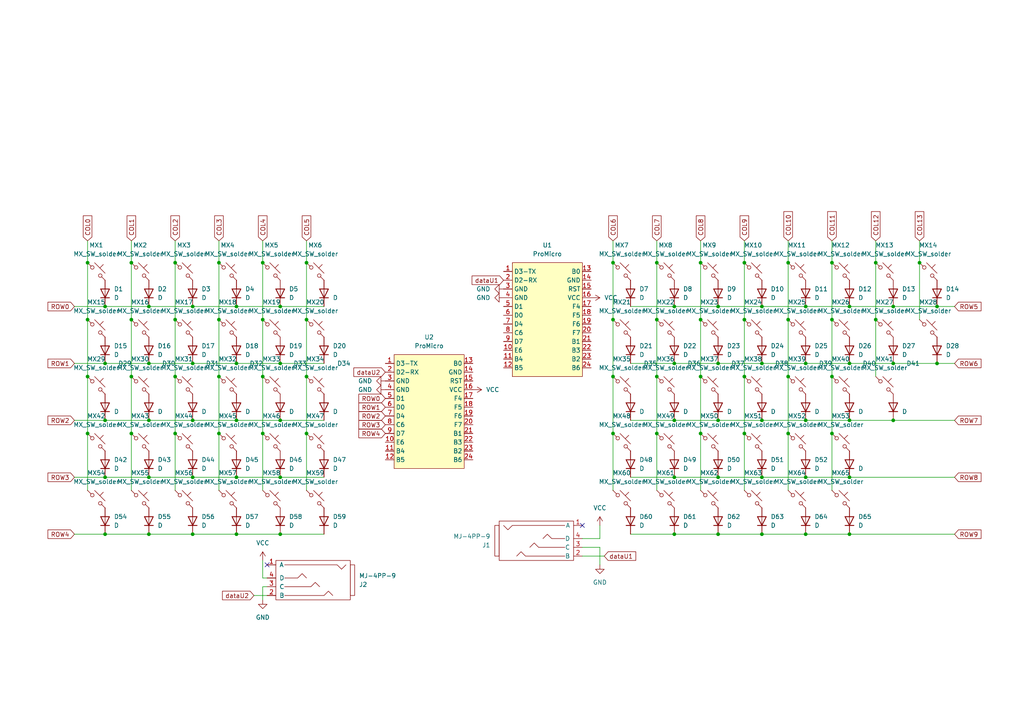
<source format=kicad_sch>
(kicad_sch (version 20231120) (generator "eeschema") (generator_version "8.0")
  (paper "A4")
  (junction (at 195.58 138.43))
  (junction (at 220.98 105.41))
  (junction (at 259.08 121.92))
  (junction (at 76.2 125.73))
  (junction (at 76.2 92.71))
  (junction (at 246.38 121.92))
  (junction (at 190.5 76.2))
  (junction (at 50.8 125.73))
  (junction (at 233.68 121.92))
  (junction (at 246.38 88.9))
  (junction (at 81.28 121.92))
  (junction (at 203.2 125.73))
  (junction (at 177.8 109.22))
  (junction (at 177.8 76.2))
  (junction (at 228.6 92.71))
  (junction (at 43.18 88.9))
  (junction (at 246.38 154.94))
  (junction (at 254 92.71))
  (junction (at 208.28 88.9))
  (junction (at 76.2 109.22))
  (junction (at 215.9 109.22))
  (junction (at 55.88 138.43))
  (junction (at 43.18 105.41))
  (junction (at 195.58 154.94))
  (junction (at 190.5 92.71))
  (junction (at 220.98 138.43))
  (junction (at 208.28 138.43))
  (junction (at 43.18 138.43))
  (junction (at 30.48 105.41))
  (junction (at 76.2 76.2))
  (junction (at 63.5 109.22))
  (junction (at 55.88 105.41))
  (junction (at 25.4 92.71))
  (junction (at 38.1 92.71))
  (junction (at 177.8 125.73))
  (junction (at 81.28 138.43))
  (junction (at 63.5 76.2))
  (junction (at 195.58 105.41))
  (junction (at 43.18 154.94))
  (junction (at 220.98 88.9))
  (junction (at 228.6 109.22))
  (junction (at 254 76.2))
  (junction (at 88.9 92.71))
  (junction (at 233.68 88.9))
  (junction (at 246.38 105.41))
  (junction (at 55.88 121.92))
  (junction (at 195.58 88.9))
  (junction (at 220.98 154.94))
  (junction (at 68.58 88.9))
  (junction (at 30.48 121.92))
  (junction (at 25.4 125.73))
  (junction (at 38.1 109.22))
  (junction (at 271.78 105.41))
  (junction (at 233.68 154.94))
  (junction (at 88.9 76.2))
  (junction (at 68.58 121.92))
  (junction (at 55.88 154.94))
  (junction (at 63.5 125.73))
  (junction (at 241.3 109.22))
  (junction (at 63.5 92.71))
  (junction (at 220.98 121.92))
  (junction (at 233.68 138.43))
  (junction (at 81.28 105.41))
  (junction (at 81.28 154.94))
  (junction (at 30.48 154.94))
  (junction (at 25.4 76.2))
  (junction (at 203.2 109.22))
  (junction (at 38.1 125.73))
  (junction (at 195.58 121.92))
  (junction (at 241.3 92.71))
  (junction (at 246.38 138.43))
  (junction (at 259.08 105.41))
  (junction (at 25.4 109.22))
  (junction (at 208.28 154.94))
  (junction (at 203.2 76.2))
  (junction (at 81.28 88.9))
  (junction (at 228.6 125.73))
  (junction (at 241.3 125.73))
  (junction (at 68.58 154.94))
  (junction (at 259.08 88.9))
  (junction (at 228.6 76.2))
  (junction (at 55.88 88.9))
  (junction (at 50.8 109.22))
  (junction (at 68.58 138.43))
  (junction (at 177.8 92.71))
  (junction (at 208.28 105.41))
  (junction (at 190.5 109.22))
  (junction (at 38.1 76.2))
  (junction (at 208.28 121.92))
  (junction (at 190.5 125.73))
  (junction (at 50.8 76.2))
  (junction (at 215.9 76.2))
  (junction (at 88.9 125.73))
  (junction (at 50.8 92.71))
  (junction (at 30.48 88.9))
  (junction (at 266.7 76.2))
  (junction (at 215.9 125.73))
  (junction (at 88.9 109.22))
  (junction (at 30.48 138.43))
  (junction (at 68.58 105.41))
  (junction (at 271.78 88.9))
  (junction (at 241.3 76.2))
  (junction (at 43.18 121.92))
  (junction (at 233.68 105.41))
  (junction (at 215.9 92.71))
  (junction (at 203.2 92.71))
  (no_connect (at 77.47 163.83))
  (no_connect (at 168.91 152.4))
  (wire (pts (xy 50.8 109.22) (xy 50.8 125.73)))
  (wire (pts (xy 215.9 92.71) (xy 215.9 109.22)))
  (wire (pts (xy 76.2 125.73) (xy 76.2 142.24)))
  (wire (pts (xy 177.8 125.73) (xy 177.8 142.24)))
  (wire (pts (xy 203.2 69.85) (xy 203.2 76.2)))
  (wire (pts (xy 254 76.2) (xy 254 92.71)))
  (wire (pts (xy 21.59 154.94) (xy 30.48 154.94)))
  (wire (pts (xy 81.28 154.94) (xy 93.98 154.94)))
  (wire (pts (xy 215.9 69.85) (xy 215.9 76.2)))
  (wire (pts (xy 38.1 92.71) (xy 38.1 109.22)))
  (wire (pts (xy 177.8 76.2) (xy 177.8 92.71)))
  (wire (pts (xy 246.38 121.92) (xy 259.08 121.92)))
  (wire (pts (xy 63.5 109.22) (xy 63.5 125.73)))
  (wire (pts (xy 177.8 109.22) (xy 177.8 125.73)))
  (wire (pts (xy 228.6 92.71) (xy 228.6 109.22)))
  (wire (pts (xy 77.47 167.64) (xy 76.2 167.64)))
  (wire (pts (xy 220.98 88.9) (xy 233.68 88.9)))
  (wire (pts (xy 266.7 76.2) (xy 266.7 92.71)))
  (wire (pts (xy 50.8 69.85) (xy 50.8 76.2)))
  (wire (pts (xy 259.08 105.41) (xy 271.78 105.41)))
  (wire (pts (xy 208.28 121.92) (xy 220.98 121.92)))
  (wire (pts (xy 21.59 105.41) (xy 30.48 105.41)))
  (wire (pts (xy 266.7 69.85) (xy 266.7 76.2)))
  (wire (pts (xy 25.4 125.73) (xy 25.4 142.24)))
  (wire (pts (xy 228.6 76.2) (xy 228.6 92.71)))
  (wire (pts (xy 233.68 154.94) (xy 246.38 154.94)))
  (wire (pts (xy 63.5 92.71) (xy 63.5 109.22)))
  (wire (pts (xy 168.91 158.75) (xy 173.99 158.75)))
  (wire (pts (xy 88.9 92.71) (xy 88.9 109.22)))
  (wire (pts (xy 81.28 88.9) (xy 93.98 88.9)))
  (wire (pts (xy 220.98 105.41) (xy 233.68 105.41)))
  (wire (pts (xy 25.4 92.71) (xy 25.4 109.22)))
  (wire (pts (xy 195.58 88.9) (xy 208.28 88.9)))
  (wire (pts (xy 190.5 76.2) (xy 190.5 92.71)))
  (wire (pts (xy 38.1 125.73) (xy 38.1 142.24)))
  (wire (pts (xy 30.48 121.92) (xy 43.18 121.92)))
  (wire (pts (xy 276.86 154.94) (xy 246.38 154.94)))
  (wire (pts (xy 38.1 69.85) (xy 38.1 76.2)))
  (wire (pts (xy 246.38 105.41) (xy 259.08 105.41)))
  (wire (pts (xy 76.2 92.71) (xy 76.2 109.22)))
  (wire (pts (xy 254 69.85) (xy 254 76.2)))
  (wire (pts (xy 38.1 76.2) (xy 38.1 92.71)))
  (wire (pts (xy 177.8 69.85) (xy 177.8 76.2)))
  (wire (pts (xy 271.78 88.9) (xy 276.86 88.9)))
  (wire (pts (xy 190.5 109.22) (xy 190.5 125.73)))
  (wire (pts (xy 21.59 138.43) (xy 30.48 138.43)))
  (wire (pts (xy 50.8 125.73) (xy 50.8 142.24)))
  (wire (pts (xy 55.88 138.43) (xy 68.58 138.43)))
  (wire (pts (xy 182.88 154.94) (xy 195.58 154.94)))
  (wire (pts (xy 241.3 69.85) (xy 241.3 76.2)))
  (wire (pts (xy 30.48 138.43) (xy 43.18 138.43)))
  (wire (pts (xy 173.99 158.75) (xy 173.99 163.83)))
  (wire (pts (xy 233.68 88.9) (xy 246.38 88.9)))
  (wire (pts (xy 228.6 69.85) (xy 228.6 76.2)))
  (wire (pts (xy 76.2 162.56) (xy 76.2 167.64)))
  (wire (pts (xy 254 92.71) (xy 254 109.22)))
  (wire (pts (xy 220.98 121.92) (xy 233.68 121.92)))
  (wire (pts (xy 203.2 125.73) (xy 203.2 142.24)))
  (wire (pts (xy 271.78 105.41) (xy 276.86 105.41)))
  (wire (pts (xy 77.47 170.18) (xy 76.2 170.18)))
  (wire (pts (xy 182.88 138.43) (xy 195.58 138.43)))
  (wire (pts (xy 21.59 88.9) (xy 30.48 88.9)))
  (wire (pts (xy 50.8 76.2) (xy 50.8 92.71)))
  (wire (pts (xy 38.1 109.22) (xy 38.1 125.73)))
  (wire (pts (xy 246.38 88.9) (xy 259.08 88.9)))
  (wire (pts (xy 241.3 92.71) (xy 241.3 109.22)))
  (wire (pts (xy 68.58 121.92) (xy 81.28 121.92)))
  (wire (pts (xy 220.98 154.94) (xy 233.68 154.94)))
  (wire (pts (xy 55.88 88.9) (xy 68.58 88.9)))
  (wire (pts (xy 88.9 76.2) (xy 88.9 92.71)))
  (wire (pts (xy 228.6 109.22) (xy 228.6 125.73)))
  (wire (pts (xy 215.9 76.2) (xy 215.9 92.71)))
  (wire (pts (xy 203.2 92.71) (xy 203.2 109.22)))
  (wire (pts (xy 88.9 69.85) (xy 88.9 76.2)))
  (wire (pts (xy 259.08 88.9) (xy 271.78 88.9)))
  (wire (pts (xy 215.9 125.73) (xy 215.9 142.24)))
  (wire (pts (xy 190.5 69.85) (xy 190.5 76.2)))
  (wire (pts (xy 233.68 105.41) (xy 246.38 105.41)))
  (wire (pts (xy 203.2 76.2) (xy 203.2 92.71)))
  (wire (pts (xy 68.58 105.41) (xy 81.28 105.41)))
  (wire (pts (xy 81.28 121.92) (xy 93.98 121.92)))
  (wire (pts (xy 63.5 125.73) (xy 63.5 142.24)))
  (wire (pts (xy 241.3 76.2) (xy 241.3 92.71)))
  (wire (pts (xy 208.28 138.43) (xy 220.98 138.43)))
  (wire (pts (xy 68.58 138.43) (xy 81.28 138.43)))
  (wire (pts (xy 195.58 121.92) (xy 208.28 121.92)))
  (wire (pts (xy 25.4 69.85) (xy 25.4 76.2)))
  (wire (pts (xy 43.18 105.41) (xy 55.88 105.41)))
  (wire (pts (xy 81.28 138.43) (xy 93.98 138.43)))
  (wire (pts (xy 30.48 105.41) (xy 43.18 105.41)))
  (wire (pts (xy 68.58 88.9) (xy 81.28 88.9)))
  (wire (pts (xy 241.3 125.73) (xy 241.3 142.24)))
  (wire (pts (xy 182.88 105.41) (xy 195.58 105.41)))
  (wire (pts (xy 203.2 109.22) (xy 203.2 125.73)))
  (wire (pts (xy 21.59 121.92) (xy 30.48 121.92)))
  (wire (pts (xy 68.58 154.94) (xy 81.28 154.94)))
  (wire (pts (xy 30.48 88.9) (xy 43.18 88.9)))
  (wire (pts (xy 63.5 69.85) (xy 63.5 76.2)))
  (wire (pts (xy 228.6 125.73) (xy 228.6 142.24)))
  (wire (pts (xy 195.58 138.43) (xy 208.28 138.43)))
  (wire (pts (xy 50.8 92.71) (xy 50.8 109.22)))
  (wire (pts (xy 76.2 76.2) (xy 76.2 92.71)))
  (wire (pts (xy 81.28 105.41) (xy 93.98 105.41)))
  (wire (pts (xy 43.18 88.9) (xy 55.88 88.9)))
  (wire (pts (xy 77.47 172.72) (xy 73.66 172.72)))
  (wire (pts (xy 25.4 76.2) (xy 25.4 92.71)))
  (wire (pts (xy 55.88 154.94) (xy 68.58 154.94)))
  (wire (pts (xy 233.68 138.43) (xy 246.38 138.43)))
  (wire (pts (xy 190.5 125.73) (xy 190.5 142.24)))
  (wire (pts (xy 208.28 88.9) (xy 220.98 88.9)))
  (wire (pts (xy 220.98 138.43) (xy 233.68 138.43)))
  (wire (pts (xy 168.91 161.29) (xy 175.26 161.29)))
  (wire (pts (xy 173.99 152.4) (xy 173.99 156.21)))
  (wire (pts (xy 215.9 109.22) (xy 215.9 125.73)))
  (wire (pts (xy 43.18 121.92) (xy 55.88 121.92)))
  (wire (pts (xy 55.88 121.92) (xy 68.58 121.92)))
  (wire (pts (xy 76.2 109.22) (xy 76.2 125.73)))
  (wire (pts (xy 63.5 76.2) (xy 63.5 92.71)))
  (wire (pts (xy 88.9 109.22) (xy 88.9 125.73)))
  (wire (pts (xy 43.18 138.43) (xy 55.88 138.43)))
  (wire (pts (xy 76.2 69.85) (xy 76.2 76.2)))
  (wire (pts (xy 55.88 105.41) (xy 68.58 105.41)))
  (wire (pts (xy 246.38 138.43) (xy 276.86 138.43)))
  (wire (pts (xy 208.28 154.94) (xy 220.98 154.94)))
  (wire (pts (xy 25.4 109.22) (xy 25.4 125.73)))
  (wire (pts (xy 43.18 154.94) (xy 55.88 154.94)))
  (wire (pts (xy 182.88 88.9) (xy 195.58 88.9)))
  (wire (pts (xy 190.5 92.71) (xy 190.5 109.22)))
  (wire (pts (xy 30.48 154.94) (xy 43.18 154.94)))
  (wire (pts (xy 182.88 121.92) (xy 195.58 121.92)))
  (wire (pts (xy 241.3 109.22) (xy 241.3 125.73)))
  (wire (pts (xy 208.28 105.41) (xy 220.98 105.41)))
  (wire (pts (xy 76.2 170.18) (xy 76.2 173.99)))
  (wire (pts (xy 168.91 156.21) (xy 173.99 156.21)))
  (wire (pts (xy 233.68 121.92) (xy 246.38 121.92)))
  (wire (pts (xy 195.58 105.41) (xy 208.28 105.41)))
  (wire (pts (xy 259.08 121.92) (xy 276.86 121.92)))
  (wire (pts (xy 195.58 154.94) (xy 208.28 154.94)))
  (wire (pts (xy 88.9 125.73) (xy 88.9 142.24)))
  (wire (pts (xy 177.8 92.71) (xy 177.8 109.22)))
  (global_label "ROW8" (shape input) (at 276.86 138.43 0) (property "Intersheetrefs" "${INTERSHEET_REFS}" (effects (hide yes))))
  (global_label "ROW2" (shape input) (at 21.59 121.92 180) (property "Intersheetrefs" "${INTERSHEET_REFS}" (effects (hide yes))))
  (global_label "ROW9" (shape input) (at 276.86 154.94 0) (property "Intersheetrefs" "${INTERSHEET_REFS}" (effects (hide yes))))
  (global_label "COL0" (shape input) (at 25.4 69.85 90) (property "Intersheetrefs" "${INTERSHEET_REFS}" (effects (hide yes))))
  (global_label "ROW3" (shape input) (at 21.59 138.43 180) (property "Intersheetrefs" "${INTERSHEET_REFS}" (effects (hide yes))))
  (global_label "ROW6" (shape input) (at 276.86 105.41 0) (property "Intersheetrefs" "${INTERSHEET_REFS}" (effects (hide yes))))
  (global_label "dataU1" (shape input) (at 146.05 81.28 180) (property "Intersheetrefs" "${INTERSHEET_REFS}" (effects (hide yes))))
  (global_label "ROW1" (shape input) (at 21.59 105.41 180) (property "Intersheetrefs" "${INTERSHEET_REFS}" (effects (hide yes))))
  (global_label "COL13" (shape input) (at 266.7 69.85 90) (property "Intersheetrefs" "${INTERSHEET_REFS}" (effects (hide yes))))
  (global_label "ROW5" (shape input) (at 276.86 88.9 0) (property "Intersheetrefs" "${INTERSHEET_REFS}" (effects (hide yes))))
  (global_label "COL12" (shape input) (at 254 69.85 90) (property "Intersheetrefs" "${INTERSHEET_REFS}" (effects (hide yes))))
  (global_label "COL10" (shape input) (at 228.6 69.85 90) (property "Intersheetrefs" "${INTERSHEET_REFS}" (effects (hide yes))))
  (global_label "COL9" (shape input) (at 215.9 69.85 90) (property "Intersheetrefs" "${INTERSHEET_REFS}" (effects (hide yes))))
  (global_label "ROW4" (shape input) (at 21.59 154.94 180) (property "Intersheetrefs" "${INTERSHEET_REFS}" (effects (hide yes))))
  (global_label "ROW3" (shape input) (at 111.76 123.19 180) (property "Intersheetrefs" "${INTERSHEET_REFS}" (effects (hide yes))))
  (global_label "dataU2" (shape input) (at 73.66 172.72 180) (property "Intersheetrefs" "${INTERSHEET_REFS}" (effects (hide yes))))
  (global_label "COL11" (shape input) (at 241.3 69.85 90) (property "Intersheetrefs" "${INTERSHEET_REFS}" (effects (hide yes))))
  (global_label "ROW1" (shape input) (at 111.76 118.11 180) (property "Intersheetrefs" "${INTERSHEET_REFS}" (effects (hide yes))))
  (global_label "COL5" (shape input) (at 88.9 69.85 90) (property "Intersheetrefs" "${INTERSHEET_REFS}" (effects (hide yes))))
  (global_label "COL3" (shape input) (at 63.5 69.85 90) (property "Intersheetrefs" "${INTERSHEET_REFS}" (effects (hide yes))))
  (global_label "ROW2" (shape input) (at 111.76 120.65 180) (property "Intersheetrefs" "${INTERSHEET_REFS}" (effects (hide yes))))
  (global_label "ROW4" (shape input) (at 111.76 125.73 180) (property "Intersheetrefs" "${INTERSHEET_REFS}" (effects (hide yes))))
  (global_label "ROW0" (shape input) (at 111.76 115.57 180) (property "Intersheetrefs" "${INTERSHEET_REFS}" (effects (hide yes))))
  (global_label "COL7" (shape input) (at 190.5 69.85 90) (property "Intersheetrefs" "${INTERSHEET_REFS}" (effects (hide yes))))
  (global_label "ROW7" (shape input) (at 276.86 121.92 0) (property "Intersheetrefs" "${INTERSHEET_REFS}" (effects (hide yes))))
  (global_label "dataU2" (shape input) (at 111.76 107.95 180) (property "Intersheetrefs" "${INTERSHEET_REFS}" (effects (hide yes))))
  (global_label "dataU1" (shape input) (at 175.26 161.29 0) (property "Intersheetrefs" "${INTERSHEET_REFS}" (effects (hide yes))))
  (global_label "COL8" (shape input) (at 203.2 69.85 90) (property "Intersheetrefs" "${INTERSHEET_REFS}" (effects (hide yes))))
  (global_label "COL2" (shape input) (at 50.8 69.85 90) (property "Intersheetrefs" "${INTERSHEET_REFS}" (effects (hide yes))))
  (global_label "ROW0" (shape input) (at 21.59 88.9 180) (property "Intersheetrefs" "${INTERSHEET_REFS}" (effects (hide yes))))
  (global_label "COL1" (shape input) (at 38.1 69.85 90) (property "Intersheetrefs" "${INTERSHEET_REFS}" (effects (hide yes))))
  (global_label "COL4" (shape input) (at 76.2 69.85 90) (property "Intersheetrefs" "${INTERSHEET_REFS}" (effects (hide yes))))
  (global_label "COL6" (shape input) (at 177.8 69.85 90) (property "Intersheetrefs" "${INTERSHEET_REFS}" (effects (hide yes))))
  (symbol (lib_id "Device:D") (at 43.18 151.13 90) (unit 1)
    (property "Reference" "D55" (at 45.72 149.8599 90) (effects (justify right)))
    (property "Value" "D" (at 45.72 152.3999 90) (effects (justify right)))
    (property "Footprint" "PCM_Diode_SMD_Handsoldering_AKL:D_SOD-123" (effects (hide yes)))
    (property "Description" "Diode" (effects (hide yes)))
    (property "Sim.Device" "D" (effects (hide yes)))
    (property "Sim.Pins" "1=K 2=A" (effects (hide yes)))
  )
  (symbol (lib_id "PCM_marbastlib-mx:MX_SW_solder") (at 205.74 78.74 0) (unit 1)
    (property "Reference" "MX9" (at 205.74 71.12 0))
    (property "Value" "MX_SW_solder" (at 205.74 73.66 0))
    (property "Footprint" "PCM_marbastlib-mx:SW_MX_1u" (effects (hide yes)))
    (property "Description" "Push button switch, normally open, two pins, 45° tilted" (effects (hide yes)))
  )
  (symbol (lib_id "Device:D") (at 93.98 151.13 90) (unit 1)
    (property "Reference" "D59" (at 96.52 149.8599 90) (effects (justify right)))
    (property "Value" "D" (at 96.52 152.3999 90) (effects (justify right)))
    (property "Footprint" "PCM_Diode_SMD_Handsoldering_AKL:D_SOD-123" (effects (hide yes)))
    (property "Description" "Diode" (effects (hide yes)))
    (property "Sim.Device" "D" (effects (hide yes)))
    (property "Sim.Pins" "1=K 2=A" (effects (hide yes)))
  )
  (symbol (lib_id "Device:D") (at 182.88 134.62 90) (unit 1)
    (property "Reference" "D48" (at 185.42 133.3499 90) (effects (justify right)))
    (property "Value" "D" (at 185.42 135.8899 90) (effects (justify right)))
    (property "Footprint" "PCM_Diode_SMD_Handsoldering_AKL:D_SOD-123" (effects (hide yes)))
    (property "Description" "Diode" (effects (hide yes)))
    (property "Sim.Device" "D" (effects (hide yes)))
    (property "Sim.Pins" "1=K 2=A" (effects (hide yes)))
  )
  (symbol (lib_id "Device:D") (at 220.98 101.6 90) (unit 1)
    (property "Reference" "D24" (at 223.52 100.3299 90) (effects (justify right)))
    (property "Value" "D" (at 223.52 102.8699 90) (effects (justify right)))
    (property "Footprint" "PCM_Diode_SMD_Handsoldering_AKL:D_SOD-123" (effects (hide yes)))
    (property "Description" "Diode" (effects (hide yes)))
    (property "Sim.Device" "D" (effects (hide yes)))
    (property "Sim.Pins" "1=K 2=A" (effects (hide yes)))
  )
  (symbol (lib_id "PCM_marbastlib-mx:MX_SW_solder") (at 243.84 128.27 0) (unit 1)
    (property "Reference" "MX53" (at 243.84 120.65 0))
    (property "Value" "MX_SW_solder" (at 243.84 123.19 0))
    (property "Footprint" "PCM_marbastlib-mx:SW_MX_1.5u" (effects (hide yes)))
    (property "Description" "Push button switch, normally open, two pins, 45° tilted" (effects (hide yes)))
  )
  (symbol (lib_id "power:GND") (at 111.76 110.49 270) (unit 1)
    (property "Reference" "#PWR07" (effects (hide yes)))
    (property "Value" "GND" (at 107.95 110.4899 90) (effects (justify right)))
    (property "Description" "Power symbol creates a global label with name \"GND\" , ground" (effects (hide yes)))
  )
  (symbol (lib_id "Device:D") (at 81.28 85.09 90) (unit 1)
    (property "Reference" "D5" (at 83.82 83.8199 90) (effects (justify right)))
    (property "Value" "D" (at 83.82 86.3599 90) (effects (justify right)))
    (property "Footprint" "PCM_Diode_SMD_Handsoldering_AKL:D_SOD-123" (effects (hide yes)))
    (property "Description" "Diode" (effects (hide yes)))
    (property "Sim.Device" "D" (effects (hide yes)))
    (property "Sim.Pins" "1=K 2=A" (effects (hide yes)))
  )
  (symbol (lib_id "Device:D") (at 55.88 85.09 90) (unit 1)
    (property "Reference" "D3" (at 58.42 83.8199 90) (effects (justify right)))
    (property "Value" "D" (at 58.42 86.3599 90) (effects (justify right)))
    (property "Footprint" "PCM_Diode_SMD_Handsoldering_AKL:D_SOD-123" (effects (hide yes)))
    (property "Description" "Diode" (effects (hide yes)))
    (property "Sim.Device" "D" (effects (hide yes)))
    (property "Sim.Pins" "1=K 2=A" (effects (hide yes)))
  )
  (symbol (lib_id "PCM_marbastlib-mx:MX_SW_solder") (at 243.84 78.74 0) (unit 1)
    (property "Reference" "MX12" (at 243.84 71.12 0))
    (property "Value" "MX_SW_solder" (at 243.84 73.66 0))
    (property "Footprint" "PCM_marbastlib-mx:SW_MX_1u" (effects (hide yes)))
    (property "Description" "Push button switch, normally open, two pins, 45° tilted" (effects (hide yes)))
  )
  (symbol (lib_id "power:GND") (at 173.99 163.83 0) (unit 1)
    (property "Reference" "#PWR04" (effects (hide yes)))
    (property "Value" "GND" (at 173.99 168.91 0))
    (property "Description" "Power symbol creates a global label with name \"GND\" , ground" (effects (hide yes)))
  )
  (symbol (lib_id "Device:D") (at 68.58 134.62 90) (unit 1)
    (property "Reference" "D45" (at 71.12 133.3499 90) (effects (justify right)))
    (property "Value" "D" (at 71.12 135.8899 90) (effects (justify right)))
    (property "Footprint" "PCM_Diode_SMD_Handsoldering_AKL:D_SOD-123" (effects (hide yes)))
    (property "Description" "Diode" (effects (hide yes)))
    (property "Sim.Device" "D" (effects (hide yes)))
    (property "Sim.Pins" "1=K 2=A" (effects (hide yes)))
  )
  (symbol (lib_id "Device:D") (at 81.28 101.6 90) (unit 1)
    (property "Reference" "D19" (at 83.82 100.3299 90) (effects (justify right)))
    (property "Value" "D" (at 83.82 102.8699 90) (effects (justify right)))
    (property "Footprint" "PCM_Diode_SMD_Handsoldering_AKL:D_SOD-123" (effects (hide yes)))
    (property "Description" "Diode" (effects (hide yes)))
    (property "Sim.Device" "D" (effects (hide yes)))
    (property "Sim.Pins" "1=K 2=A" (effects (hide yes)))
  )
  (symbol (lib_id "PCM_marbastlib-mx:MX_SW_solder") (at 180.34 128.27 0) (unit 1)
    (property "Reference" "MX48" (at 180.34 120.65 0))
    (property "Value" "MX_SW_solder" (at 180.34 123.19 0))
    (property "Footprint" "PCM_marbastlib-mx:SW_MX_1u" (effects (hide yes)))
    (property "Description" "Push button switch, normally open, two pins, 45° tilted" (effects (hide yes)))
  )
  (symbol (lib_id "Device:D") (at 220.98 118.11 90) (unit 1)
    (property "Reference" "D38" (at 224.79 105.4099 90) (effects (justify right)))
    (property "Value" "D" (at 223.52 119.3799 90) (effects (justify right)))
    (property "Footprint" "PCM_Diode_SMD_Handsoldering_AKL:D_SOD-123" (effects (hide yes)))
    (property "Description" "Diode" (effects (hide yes)))
    (property "Sim.Device" "D" (effects (hide yes)))
    (property "Sim.Pins" "1=K 2=A" (effects (hide yes)))
  )
  (symbol (lib_id "PCM_marbastlib-mx:MX_SW_solder") (at 40.64 144.78 0) (unit 1)
    (property "Reference" "MX55" (at 40.64 137.16 0))
    (property "Value" "MX_SW_solder" (at 40.64 139.7 0))
    (property "Footprint" "PCM_marbastlib-mx:SW_MX_1u" (effects (hide yes)))
    (property "Description" "Push button switch, normally open, two pins, 45° tilted" (effects (hide yes)))
  )
  (symbol (lib_id "Device:D") (at 30.48 118.11 90) (unit 1)
    (property "Reference" "D29" (at 34.29 105.4099 90) (effects (justify right)))
    (property "Value" "D" (at 33.02 119.3799 90) (effects (justify right)))
    (property "Footprint" "PCM_Diode_SMD_Handsoldering_AKL:D_SOD-123" (effects (hide yes)))
    (property "Description" "Diode" (effects (hide yes)))
    (property "Sim.Device" "D" (effects (hide yes)))
    (property "Sim.Pins" "1=K 2=A" (effects (hide yes)))
  )
  (symbol (lib_id "Device:D") (at 233.68 151.13 90) (unit 1)
    (property "Reference" "D64" (at 236.22 149.8599 90) (effects (justify right)))
    (property "Value" "D" (at 236.22 152.3999 90) (effects (justify right)))
    (property "Footprint" "PCM_Diode_SMD_Handsoldering_AKL:D_SOD-123" (effects (hide yes)))
    (property "Description" "Diode" (effects (hide yes)))
    (property "Sim.Device" "D" (effects (hide yes)))
    (property "Sim.Pins" "1=K 2=A" (effects (hide yes)))
  )
  (symbol (lib_id "Device:D") (at 30.48 85.09 90) (unit 1)
    (property "Reference" "D1" (at 33.02 83.8199 90) (effects (justify right)))
    (property "Value" "D" (at 33.02 86.3599 90) (effects (justify right)))
    (property "Footprint" "PCM_Diode_SMD_Handsoldering_AKL:D_SOD-123" (effects (hide yes)))
    (property "Description" "Diode" (effects (hide yes)))
    (property "Sim.Device" "D" (effects (hide yes)))
    (property "Sim.Pins" "1=K 2=A" (effects (hide yes)))
  )
  (symbol (lib_id "PCM_marbastlib-mx:MX_SW_solder") (at 66.04 78.74 0) (unit 1)
    (property "Reference" "MX4" (at 66.04 71.12 0))
    (property "Value" "MX_SW_solder" (at 66.04 73.66 0))
    (property "Footprint" "PCM_marbastlib-mx:SW_MX_1u" (effects (hide yes)))
    (property "Description" "Push button switch, normally open, two pins, 45° tilted" (effects (hide yes)))
  )
  (symbol (lib_id "Device:D") (at 68.58 151.13 90) (unit 1)
    (property "Reference" "D57" (at 71.12 149.8599 90) (effects (justify right)))
    (property "Value" "D" (at 71.12 152.3999 90) (effects (justify right)))
    (property "Footprint" "PCM_Diode_SMD_Handsoldering_AKL:D_SOD-123" (effects (hide yes)))
    (property "Description" "Diode" (effects (hide yes)))
    (property "Sim.Device" "D" (effects (hide yes)))
    (property "Sim.Pins" "1=K 2=A" (effects (hide yes)))
  )
  (symbol (lib_id "PCM_marbastlib-mx:MX_SW_solder") (at 256.54 95.25 0) (unit 1)
    (property "Reference" "MX27" (at 256.54 87.63 0))
    (property "Value" "MX_SW_solder" (at 256.54 90.17 0))
    (property "Footprint" "PCM_marbastlib-mx:SW_MX_1u" (effects (hide yes)))
    (property "Description" "Push button switch, normally open, two pins, 45° tilted" (effects (hide yes)))
  )
  (symbol (lib_id "Device:D") (at 208.28 101.6 90) (unit 1)
    (property "Reference" "D23" (at 210.82 100.3299 90) (effects (justify right)))
    (property "Value" "D" (at 210.82 102.8699 90) (effects (justify right)))
    (property "Footprint" "PCM_Diode_SMD_Handsoldering_AKL:D_SOD-123" (effects (hide yes)))
    (property "Description" "Diode" (effects (hide yes)))
    (property "Sim.Device" "D" (effects (hide yes)))
    (property "Sim.Pins" "1=K 2=A" (effects (hide yes)))
  )
  (symbol (lib_id "Device:D") (at 259.08 118.11 90) (unit 1)
    (property "Reference" "D41" (at 262.89 105.4099 90) (effects (justify right)))
    (property "Value" "D" (at 261.62 119.3799 90) (effects (justify right)))
    (property "Footprint" "PCM_Diode_SMD_Handsoldering_AKL:D_SOD-123" (effects (hide yes)))
    (property "Description" "Diode" (effects (hide yes)))
    (property "Sim.Device" "D" (effects (hide yes)))
    (property "Sim.Pins" "1=K 2=A" (effects (hide yes)))
  )
  (symbol (lib_id "Device:D") (at 233.68 118.11 90) (unit 1)
    (property "Reference" "D39" (at 237.49 105.4099 90) (effects (justify right)))
    (property "Value" "D" (at 236.22 119.3799 90) (effects (justify right)))
    (property "Footprint" "PCM_Diode_SMD_Handsoldering_AKL:D_SOD-123" (effects (hide yes)))
    (property "Description" "Diode" (effects (hide yes)))
    (property "Sim.Device" "D" (effects (hide yes)))
    (property "Sim.Pins" "1=K 2=A" (effects (hide yes)))
  )
  (symbol (lib_id "Device:D") (at 246.38 118.11 90) (unit 1)
    (property "Reference" "D40" (at 250.19 105.4099 90) (effects (justify right)))
    (property "Value" "D" (at 248.92 119.3799 90) (effects (justify right)))
    (property "Footprint" "PCM_Diode_SMD_Handsoldering_AKL:D_SOD-123" (effects (hide yes)))
    (property "Description" "Diode" (effects (hide yes)))
    (property "Sim.Device" "D" (effects (hide yes)))
    (property "Sim.Pins" "1=K 2=A" (effects (hide yes)))
  )
  (symbol (lib_id "power:GND") (at 146.05 83.82 270) (unit 1)
    (property "Reference" "#PWR09" (effects (hide yes)))
    (property "Value" "GND" (at 142.24 83.8199 90) (effects (justify right)))
    (property "Description" "Power symbol creates a global label with name \"GND\" , ground" (effects (hide yes)))
  )
  (symbol (lib_id "Device:D") (at 68.58 101.6 90) (unit 1)
    (property "Reference" "D18" (at 71.12 100.3299 90) (effects (justify right)))
    (property "Value" "D" (at 71.12 102.8699 90) (effects (justify right)))
    (property "Footprint" "PCM_Diode_SMD_Handsoldering_AKL:D_SOD-123" (effects (hide yes)))
    (property "Description" "Diode" (effects (hide yes)))
    (property "Sim.Device" "D" (effects (hide yes)))
    (property "Sim.Pins" "1=K 2=A" (effects (hide yes)))
  )
  (symbol (lib_id "PCM_marbastlib-mx:MX_SW_solder") (at 218.44 78.74 0) (unit 1)
    (property "Reference" "MX10" (at 218.44 71.12 0))
    (property "Value" "MX_SW_solder" (at 218.44 73.66 0))
    (property "Footprint" "PCM_marbastlib-mx:SW_MX_1u" (effects (hide yes)))
    (property "Description" "Push button switch, normally open, two pins, 45° tilted" (effects (hide yes)))
  )
  (symbol (lib_id "PCM_marbastlib-mx:MX_SW_solder") (at 256.54 111.76 0) (unit 1)
    (property "Reference" "MX41" (at 256.54 104.14 0))
    (property "Value" "MX_SW_solder" (at 256.54 106.68 0))
    (property "Footprint" "PCM_marbastlib-mx:SW_MX_1.5u" (effects (hide yes)))
    (property "Description" "Push button switch, normally open, two pins, 45° tilted" (effects (hide yes)))
  )
  (symbol (lib_id "PCM_marbastlib-mx:MX_SW_solder") (at 243.84 111.76 0) (unit 1)
    (property "Reference" "MX40" (at 243.84 104.14 0))
    (property "Value" "MX_SW_solder" (at 243.84 106.68 0))
    (property "Footprint" "PCM_marbastlib-mx:SW_MX_1u" (effects (hide yes)))
    (property "Description" "Push button switch, normally open, two pins, 45° tilted" (effects (hide yes)))
  )
  (symbol (lib_id "PCM_marbastlib-mx:MX_SW_solder") (at 27.94 128.27 0) (unit 1)
    (property "Reference" "MX42" (at 27.94 120.65 0))
    (property "Value" "MX_SW_solder" (at 27.94 123.19 0))
    (property "Footprint" "PCM_marbastlib-mx:SW_MX_1.5u" (effects (hide yes)))
    (property "Description" "Push button switch, normally open, two pins, 45° tilted" (effects (hide yes)))
  )
  (symbol (lib_id "Device:D") (at 182.88 85.09 90) (unit 1)
    (property "Reference" "D7" (at 185.42 83.8199 90) (effects (justify right)))
    (property "Value" "D" (at 185.42 86.3599 90) (effects (justify right)))
    (property "Footprint" "PCM_Diode_SMD_Handsoldering_AKL:D_SOD-123" (effects (hide yes)))
    (property "Description" "Diode" (effects (hide yes)))
    (property "Sim.Device" "D" (effects (hide yes)))
    (property "Sim.Pins" "1=K 2=A" (effects (hide yes)))
  )
  (symbol (lib_id "PCM_marbastlib-mx:MX_SW_solder") (at 66.04 144.78 0) (unit 1)
    (property "Reference" "MX57" (at 66.04 137.16 0))
    (property "Value" "MX_SW_solder" (at 66.04 139.7 0))
    (property "Footprint" "PCM_marbastlib-mx:SW_MX_1u" (effects (hide yes)))
    (property "Description" "Push button switch, normally open, two pins, 45° tilted" (effects (hide yes)))
  )
  (symbol (lib_id "PCM_marbastlib-mx:MX_SW_solder") (at 91.44 128.27 0) (unit 1)
    (property "Reference" "MX47" (at 91.44 120.65 0))
    (property "Value" "MX_SW_solder" (at 91.44 123.19 0))
    (property "Footprint" "PCM_marbastlib-mx:SW_MX_1u" (effects (hide yes)))
    (property "Description" "Push button switch, normally open, two pins, 45° tilted" (effects (hide yes)))
  )
  (symbol (lib_id "Device:D") (at 233.68 85.09 90) (unit 1)
    (property "Reference" "D11" (at 236.22 83.8199 90) (effects (justify right)))
    (property "Value" "D" (at 236.22 86.3599 90) (effects (justify right)))
    (property "Footprint" "PCM_Diode_SMD_Handsoldering_AKL:D_SOD-123" (effects (hide yes)))
    (property "Description" "Diode" (effects (hide yes)))
    (property "Sim.Device" "D" (effects (hide yes)))
    (property "Sim.Pins" "1=K 2=A" (effects (hide yes)))
  )
  (symbol (lib_id "Device:D") (at 271.78 85.09 90) (unit 1)
    (property "Reference" "D14" (at 274.32 83.8199 90) (effects (justify right)))
    (property "Value" "D" (at 274.32 86.3599 90) (effects (justify right)))
    (property "Footprint" "PCM_Diode_SMD_Handsoldering_AKL:D_SOD-123" (effects (hide yes)))
    (property "Description" "Diode" (effects (hide yes)))
    (property "Sim.Device" "D" (effects (hide yes)))
    (property "Sim.Pins" "1=K 2=A" (effects (hide yes)))
  )
  (symbol (lib_id "Device:D") (at 182.88 151.13 90) (unit 1)
    (property "Reference" "D60" (at 185.42 149.8599 90) (effects (justify right)))
    (property "Value" "D" (at 185.42 152.3999 90) (effects (justify right)))
    (property "Footprint" "PCM_Diode_SMD_Handsoldering_AKL:D_SOD-123" (effects (hide yes)))
    (property "Description" "Diode" (effects (hide yes)))
    (property "Sim.Device" "D" (effects (hide yes)))
    (property "Sim.Pins" "1=K 2=A" (effects (hide yes)))
  )
  (symbol (lib_id "Device:D") (at 259.08 85.09 90) (unit 1)
    (property "Reference" "D13" (at 261.62 83.8199 90) (effects (justify right)))
    (property "Value" "D" (at 261.62 86.3599 90) (effects (justify right)))
    (property "Footprint" "PCM_Diode_SMD_Handsoldering_AKL:D_SOD-123" (effects (hide yes)))
    (property "Description" "Diode" (effects (hide yes)))
    (property "Sim.Device" "D" (effects (hide yes)))
    (property "Sim.Pins" "1=K 2=A" (effects (hide yes)))
  )
  (symbol (lib_id "PCM_marbastlib-mx:MX_SW_solder") (at 180.34 144.78 0) (unit 1)
    (property "Reference" "MX60" (at 180.34 137.16 0))
    (property "Value" "MX_SW_solder" (at 180.34 139.7 0))
    (property "Footprint" "PCM_marbastlib-mx:SW_MX_1.5u" (effects (hide yes)))
    (property "Description" "Push button switch, normally open, two pins, 45° tilted" (effects (hide yes)))
  )
  (symbol (lib_id "PCM_marbastlib-mx:MX_SW_solder") (at 193.04 78.74 0) (unit 1)
    (property "Reference" "MX8" (at 193.04 71.12 0))
    (property "Value" "MX_SW_solder" (at 193.04 73.66 0))
    (property "Footprint" "PCM_marbastlib-mx:SW_MX_1u" (effects (hide yes)))
    (property "Description" "Push button switch, normally open, two pins, 45° tilted" (effects (hide yes)))
  )
  (symbol (lib_id "PCM_marbastlib-mx:MX_SW_solder") (at 91.44 78.74 0) (unit 1)
    (property "Reference" "MX6" (at 91.44 71.12 0))
    (property "Value" "MX_SW_solder" (at 91.44 73.66 0))
    (property "Footprint" "PCM_marbastlib-mx:SW_MX_1u" (effects (hide yes)))
    (property "Description" "Push button switch, normally open, two pins, 45° tilted" (effects (hide yes)))
  )
  (symbol (lib_id "PCM_marbastlib-mx:MX_SW_solder") (at 231.14 144.78 0) (unit 1)
    (property "Reference" "MX64" (at 231.14 137.16 0))
    (property "Value" "MX_SW_solder" (at 231.14 139.7 0))
    (property "Footprint" "PCM_marbastlib-mx:SW_MX_1u" (effects (hide yes)))
    (property "Description" "Push button switch, normally open, two pins, 45° tilted" (effects (hide yes)))
  )
  (symbol (lib_id "PCM_marbastlib-mx:MX_SW_solder") (at 218.44 144.78 0) (unit 1)
    (property "Reference" "MX63" (at 218.44 137.16 0))
    (property "Value" "MX_SW_solder" (at 218.44 139.7 0))
    (property "Footprint" "PCM_marbastlib-mx:SW_MX_1u" (effects (hide yes)))
    (property "Description" "Push button switch, normally open, two pins, 45° tilted" (effects (hide yes)))
  )
  (symbol (lib_id "PCM_marbastlib-mx:MX_SW_solder") (at 40.64 111.76 0) (unit 1)
    (property "Reference" "MX30" (at 40.64 104.14 0))
    (property "Value" "MX_SW_solder" (at 40.64 106.68 0))
    (property "Footprint" "PCM_marbastlib-mx:SW_MX_1u" (effects (hide yes)))
    (property "Description" "Push button switch, normally open, two pins, 45° tilted" (effects (hide yes)))
  )
  (symbol (lib_id "power:GND") (at 76.2 173.99 0) (mirror y) (unit 1)
    (property "Reference" "#PWR01" (effects (hide yes)))
    (property "Value" "GND" (at 76.2 179.07 0))
    (property "Description" "Power symbol creates a global label with name \"GND\" , ground" (effects (hide yes)))
  )
  (symbol (lib_id "power:VCC") (at 173.99 152.4 0) (unit 1)
    (property "Reference" "#PWR03" (effects (hide yes)))
    (property "Value" "VCC" (at 173.99 147.32 0))
    (property "Description" "Power symbol creates a global label with name \"VCC\"" (effects (hide yes)))
  )
  (symbol (lib_id "PCM_marbastlib-mx:MX_SW_solder") (at 91.44 144.78 0) (unit 1)
    (property "Reference" "MX59" (at 91.44 137.16 0))
    (property "Value" "MX_SW_solder" (at 91.44 139.7 0))
    (property "Footprint" "PCM_marbastlib-mx:SW_MX_1.5u" (effects (hide yes)))
    (property "Description" "Push button switch, normally open, two pins, 45° tilted" (effects (hide yes)))
  )
  (symbol (lib_id "PCM_marbastlib-mx:MX_SW_solder") (at 66.04 128.27 0) (unit 1)
    (property "Reference" "MX45" (at 66.04 120.65 0))
    (property "Value" "MX_SW_solder" (at 66.04 123.19 0))
    (property "Footprint" "PCM_marbastlib-mx:SW_MX_1u" (effects (hide yes)))
    (property "Description" "Push button switch, normally open, two pins, 45° tilted" (effects (hide yes)))
  )
  (symbol (lib_id "PCM_marbastlib-mx:MX_SW_solder") (at 53.34 128.27 0) (unit 1)
    (property "Reference" "MX44" (at 53.34 120.65 0))
    (property "Value" "MX_SW_solder" (at 53.34 123.19 0))
    (property "Footprint" "PCM_marbastlib-mx:SW_MX_1u" (effects (hide yes)))
    (property "Description" "Push button switch, normally open, two pins, 45° tilted" (effects (hide yes)))
  )
  (symbol (lib_id "PCM_marbastlib-mx:MX_SW_solder") (at 218.44 111.76 0) (unit 1)
    (property "Reference" "MX38" (at 218.44 104.14 0))
    (property "Value" "MX_SW_solder" (at 218.44 106.68 0))
    (property "Footprint" "PCM_marbastlib-mx:SW_MX_1u" (effects (hide yes)))
    (property "Description" "Push button switch, normally open, two pins, 45° tilted" (effects (hide yes)))
  )
  (symbol (lib_id "Device:D") (at 195.58 101.6 90) (unit 1)
    (property "Reference" "D22" (at 198.12 100.3299 90) (effects (justify right)))
    (property "Value" "D" (at 198.12 102.8699 90) (effects (justify right)))
    (property "Footprint" "PCM_Diode_SMD_Handsoldering_AKL:D_SOD-123" (effects (hide yes)))
    (property "Description" "Diode" (effects (hide yes)))
    (property "Sim.Device" "D" (effects (hide yes)))
    (property "Sim.Pins" "1=K 2=A" (effects (hide yes)))
  )
  (symbol (lib_id "PCM_marbastlib-mx:MX_SW_solder") (at 27.94 95.25 0) (unit 1)
    (property "Reference" "MX15" (at 27.94 87.63 0))
    (property "Value" "MX_SW_solder" (at 27.94 90.17 0))
    (property "Footprint" "PCM_marbastlib-mx:SW_MX_1.5u" (effects (hide yes)))
    (property "Description" "Push button switch, normally open, two pins, 45° tilted" (effects (hide yes)))
  )
  (symbol (lib_id "PCM_marbastlib-mx:MX_SW_solder") (at 78.74 144.78 0) (unit 1)
    (property "Reference" "MX58" (at 78.74 137.16 0))
    (property "Value" "MX_SW_solder" (at 78.74 139.7 0))
    (property "Footprint" "PCM_marbastlib-mx:SW_MX_1u" (effects (hide yes)))
    (property "Description" "Push button switch, normally open, two pins, 45° tilted" (effects (hide yes)))
  )
  (symbol (lib_id "Device:D") (at 271.78 101.6 90) (unit 1)
    (property "Reference" "D28" (at 274.32 100.3299 90) (effects (justify right)))
    (property "Value" "D" (at 274.32 102.8699 90) (effects (justify right)))
    (property "Footprint" "PCM_Diode_SMD_Handsoldering_AKL:D_SOD-123" (effects (hide yes)))
    (property "Description" "Diode" (effects (hide yes)))
    (property "Sim.Device" "D" (effects (hide yes)))
    (property "Sim.Pins" "1=K 2=A" (effects (hide yes)))
  )
  (symbol (lib_id "PCM_marbastlib-mx:MX_SW_solder") (at 66.04 95.25 0) (unit 1)
    (property "Reference" "MX18" (at 66.04 87.63 0))
    (property "Value" "MX_SW_solder" (at 66.04 90.17 0))
    (property "Footprint" "PCM_marbastlib-mx:SW_MX_1u" (effects (hide yes)))
    (property "Description" "Push button switch, normally open, two pins, 45° tilted" (effects (hide yes)))
  )
  (symbol (lib_id "Device:D") (at 182.88 101.6 90) (unit 1)
    (property "Reference" "D21" (at 185.42 100.3299 90) (effects (justify right)))
    (property "Value" "D" (at 185.42 102.8699 90) (effects (justify right)))
    (property "Footprint" "PCM_Diode_SMD_Handsoldering_AKL:D_SOD-123" (effects (hide yes)))
    (property "Description" "Diode" (effects (hide yes)))
    (property "Sim.Device" "D" (effects (hide yes)))
    (property "Sim.Pins" "1=K 2=A" (effects (hide yes)))
  )
  (symbol (lib_id "PCM_marbastlib-mx:MX_SW_solder") (at 269.24 78.74 0) (unit 1)
    (property "Reference" "MX14" (at 269.24 71.12 0))
    (property "Value" "MX_SW_solder" (at 269.24 73.66 0))
    (property "Footprint" "PCM_marbastlib-mx:SW_MX_1.25u" (effects (hide yes)))
    (property "Description" "Push button switch, normally open, two pins, 45° tilted" (effects (hide yes)))
  )
  (symbol (lib_id "PCM_marbastlib-mx:MX_SW_solder") (at 231.14 111.76 0) (unit 1)
    (property "Reference" "MX39" (at 231.14 104.14 0))
    (property "Value" "MX_SW_solder" (at 231.14 106.68 0))
    (property "Footprint" "PCM_marbastlib-mx:SW_MX_1u" (effects (hide yes)))
    (property "Description" "Push button switch, normally open, two pins, 45° tilted" (effects (hide yes)))
  )
  (symbol (lib_id "PCM_marbastlib-mx:MX_SW_solder") (at 180.34 95.25 0) (unit 1)
    (property "Reference" "MX21" (at 180.34 87.63 0))
    (property "Value" "MX_SW_solder" (at 180.34 90.17 0))
    (property "Footprint" "PCM_marbastlib-mx:SW_MX_1u" (effects (hide yes)))
    (property "Description" "Push button switch, normally open, two pins, 45° tilted" (effects (hide yes)))
  )
  (symbol (lib_id "Device:D") (at 43.18 85.09 90) (unit 1)
    (property "Reference" "D2" (at 45.72 83.8199 90) (effects (justify right)))
    (property "Value" "D" (at 45.72 86.3599 90) (effects (justify right)))
    (property "Footprint" "PCM_Diode_SMD_Handsoldering_AKL:D_SOD-123" (effects (hide yes)))
    (property "Description" "Diode" (effects (hide yes)))
    (property "Sim.Device" "D" (effects (hide yes)))
    (property "Sim.Pins" "1=K 2=A" (effects (hide yes)))
  )
  (symbol (lib_id "Device:D") (at 220.98 85.09 90) (unit 1)
    (property "Reference" "D10" (at 223.52 83.8199 90) (effects (justify right)))
    (property "Value" "D" (at 223.52 86.3599 90) (effects (justify right)))
    (property "Footprint" "PCM_Diode_SMD_Handsoldering_AKL:D_SOD-123" (effects (hide yes)))
    (property "Description" "Diode" (effects (hide yes)))
    (property "Sim.Device" "D" (effects (hide yes)))
    (property "Sim.Pins" "1=K 2=A" (effects (hide yes)))
  )
  (symbol (lib_id "Device:D") (at 55.88 134.62 90) (unit 1)
    (property "Reference" "D44" (at 58.42 133.3499 90) (effects (justify right)))
    (property "Value" "D" (at 58.42 135.8899 90) (effects (justify right)))
    (property "Footprint" "PCM_Diode_SMD_Handsoldering_AKL:D_SOD-123" (effects (hide yes)))
    (property "Description" "Diode" (effects (hide yes)))
    (property "Sim.Device" "D" (effects (hide yes)))
    (property "Sim.Pins" "1=K 2=A" (effects (hide yes)))
  )
  (symbol (lib_id "Device:D") (at 68.58 118.11 90) (unit 1)
    (property "Reference" "D32" (at 72.39 105.4099 90) (effects (justify right)))
    (property "Value" "D" (at 71.12 119.3799 90) (effects (justify right)))
    (property "Footprint" "PCM_Diode_SMD_Handsoldering_AKL:D_SOD-123" (effects (hide yes)))
    (property "Description" "Diode" (effects (hide yes)))
    (property "Sim.Device" "D" (effects (hide yes)))
    (property "Sim.Pins" "1=K 2=A" (effects (hide yes)))
  )
  (symbol (lib_id "power:VCC") (at 76.2 162.56 0) (mirror y) (unit 1)
    (property "Reference" "#PWR02" (effects (hide yes)))
    (property "Value" "VCC" (at 76.2 157.48 0))
    (property "Description" "Power symbol creates a global label with name \"VCC\"" (effects (hide yes)))
  )
  (symbol (lib_id "PCM_marbastlib-mx:MX_SW_solder") (at 193.04 144.78 0) (unit 1)
    (property "Reference" "MX61" (at 193.04 137.16 0))
    (property "Value" "MX_SW_solder" (at 193.04 139.7 0))
    (property "Footprint" "PCM_marbastlib-mx:SW_MX_1u" (effects (hide yes)))
    (property "Description" "Push button switch, normally open, two pins, 45° tilted" (effects (hide yes)))
  )
  (symbol (lib_id "Device:D") (at 93.98 134.62 90) (unit 1)
    (property "Reference" "D47" (at 96.52 133.3499 90) (effects (justify right)))
    (property "Value" "D" (at 96.52 135.8899 90) (effects (justify right)))
    (property "Footprint" "PCM_Diode_SMD_Handsoldering_AKL:D_SOD-123" (effects (hide yes)))
    (property "Description" "Diode" (effects (hide yes)))
    (property "Sim.Device" "D" (effects (hide yes)))
    (property "Sim.Pins" "1=K 2=A" (effects (hide yes)))
  )
  (symbol (lib_id "power:VCC") (at 137.16 113.03 270) (unit 1)
    (property "Reference" "#PWR06" (effects (hide yes)))
    (property "Value" "VCC" (at 140.97 113.0299 90) (effects (justify left)))
    (property "Description" "Power symbol creates a global label with name \"VCC\"" (effects (hide yes)))
  )
  (symbol (lib_id "PCM_marbastlib-mx:MX_SW_solder") (at 218.44 128.27 0) (unit 1)
    (property "Reference" "MX51" (at 218.44 120.65 0))
    (property "Value" "MX_SW_solder" (at 218.44 123.19 0))
    (property "Footprint" "PCM_marbastlib-mx:SW_MX_1u" (effects (hide yes)))
    (property "Description" "Push button switch, normally open, two pins, 45° tilted" (effects (hide yes)))
  )
  (symbol (lib_id "Device:D") (at 220.98 134.62 90) (unit 1)
    (property "Reference" "D51" (at 223.52 133.3499 90) (effects (justify right)))
    (property "Value" "D" (at 223.52 135.8899 90) (effects (justify right)))
    (property "Footprint" "PCM_Diode_SMD_Handsoldering_AKL:D_SOD-123" (effects (hide yes)))
    (property "Description" "Diode" (effects (hide yes)))
    (property "Sim.Device" "D" (effects (hide yes)))
    (property "Sim.Pins" "1=K 2=A" (effects (hide yes)))
  )
  (symbol (lib_id "PCM_marbastlib-mx:MX_SW_solder") (at 53.34 144.78 0) (unit 1)
    (property "Reference" "MX56" (at 53.34 137.16 0))
    (property "Value" "MX_SW_solder" (at 53.34 139.7 0))
    (property "Footprint" "PCM_marbastlib-mx:SW_MX_1u" (effects (hide yes)))
    (property "Description" "Push button switch, normally open, two pins, 45° tilted" (effects (hide yes)))
  )
  (symbol (lib_id "Device:D") (at 246.38 101.6 90) (unit 1)
    (property "Reference" "D26" (at 248.92 100.3299 90) (effects (justify right)))
    (property "Value" "D" (at 248.92 102.8699 90) (effects (justify right)))
    (property "Footprint" "PCM_Diode_SMD_Handsoldering_AKL:D_SOD-123" (effects (hide yes)))
    (property "Description" "Diode" (effects (hide yes)))
    (property "Sim.Device" "D" (effects (hide yes)))
    (property "Sim.Pins" "1=K 2=A" (effects (hide yes)))
  )
  (symbol (lib_id "PCM_marbastlib-mx:MX_SW_solder") (at 205.74 144.78 0) (unit 1)
    (property "Reference" "MX62" (at 205.74 137.16 0))
    (property "Value" "MX_SW_solder" (at 205.74 139.7 0))
    (property "Footprint" "PCM_marbastlib-mx:SW_MX_1u" (effects (hide yes)))
    (property "Description" "Push button switch, normally open, two pins, 45° tilted" (effects (hide yes)))
  )
  (symbol (lib_id "PCM_marbastlib-mx:MX_SW_solder") (at 91.44 95.25 0) (unit 1)
    (property "Reference" "MX20" (at 91.44 87.63 0))
    (property "Value" "MX_SW_solder" (at 91.44 90.17 0))
    (property "Footprint" "PCM_marbastlib-mx:SW_MX_1u" (effects (hide yes)))
    (property "Description" "Push button switch, normally open, two pins, 45° tilted" (effects (hide yes)))
  )
  (symbol (lib_id "Device:D") (at 259.08 101.6 90) (unit 1)
    (property "Reference" "D27" (at 261.62 100.3299 90) (effects (justify right)))
    (property "Value" "D" (at 261.62 102.8699 90) (effects (justify right)))
    (property "Footprint" "PCM_Diode_SMD_Handsoldering_AKL:D_SOD-123" (effects (hide yes)))
    (property "Description" "Diode" (effects (hide yes)))
    (property "Sim.Device" "D" (effects (hide yes)))
    (property "Sim.Pins" "1=K 2=A" (effects (hide yes)))
  )
  (symbol (lib_id "PCM_marbastlib-mx:MX_SW_solder") (at 78.74 111.76 0) (unit 1)
    (property "Reference" "MX33" (at 78.74 104.14 0))
    (property "Value" "MX_SW_solder" (at 78.74 106.68 0))
    (property "Footprint" "PCM_marbastlib-mx:SW_MX_1u" (effects (hide yes)))
    (property "Description" "Push button switch, normally open, two pins, 45° tilted" (effects (hide yes)))
  )
  (symbol (lib_id "Device:D") (at 246.38 151.13 90) (unit 1)
    (property "Reference" "D65" (at 248.92 149.8599 90) (effects (justify right)))
    (property "Value" "D" (at 248.92 152.3999 90) (effects (justify right)))
    (property "Footprint" "PCM_Diode_SMD_Handsoldering_AKL:D_SOD-123" (effects (hide yes)))
    (property "Description" "Diode" (effects (hide yes)))
    (property "Sim.Device" "D" (effects (hide yes)))
    (property "Sim.Pins" "1=K 2=A" (effects (hide yes)))
  )
  (symbol (lib_id "PCM_marbastlib-mx:MX_SW_solder") (at 269.24 95.25 0) (unit 1)
    (property "Reference" "MX28" (at 269.24 87.63 0))
    (property "Value" "MX_SW_solder" (at 269.24 90.17 0))
    (property "Footprint" "PCM_marbastlib-mx:SW_MX_1.25u" (effects (hide yes)))
    (property "Description" "Push button switch, normally open, two pins, 45° tilted" (effects (hide yes)))
  )
  (symbol (lib_id "PCM_marbastlib-mx:MX_SW_solder") (at 180.34 111.76 0) (unit 1)
    (property "Reference" "MX35" (at 180.34 104.14 0))
    (property "Value" "MX_SW_solder" (at 180.34 106.68 0))
    (property "Footprint" "PCM_marbastlib-mx:SW_MX_1u" (effects (hide yes)))
    (property "Description" "Push button switch, normally open, two pins, 45° tilted" (effects (hide yes)))
  )
  (symbol (lib_id "Device:D") (at 68.58 85.09 90) (unit 1)
    (property "Reference" "D4" (at 71.12 83.8199 90) (effects (justify right)))
    (property "Value" "D" (at 71.12 86.3599 90) (effects (justify right)))
    (property "Footprint" "PCM_Diode_SMD_Handsoldering_AKL:D_SOD-123" (effects (hide yes)))
    (property "Description" "Diode" (effects (hide yes)))
    (property "Sim.Device" "D" (effects (hide yes)))
    (property "Sim.Pins" "1=K 2=A" (effects (hide yes)))
  )
  (symbol (lib_id "Device:D") (at 30.48 101.6 90) (unit 1)
    (property "Reference" "D15" (at 33.02 100.3299 90) (effects (justify right)))
    (property "Value" "D" (at 33.02 102.8699 90) (effects (justify right)))
    (property "Footprint" "PCM_Diode_SMD_Handsoldering_AKL:D_SOD-123" (effects (hide yes)))
    (property "Description" "Diode" (effects (hide yes)))
    (property "Sim.Device" "D" (effects (hide yes)))
    (property "Sim.Pins" "1=K 2=A" (effects (hide yes)))
  )
  (symbol (lib_id "PCM_marbastlib-mx:MX_SW_solder") (at 205.74 128.27 0) (unit 1)
    (property "Reference" "MX50" (at 205.74 120.65 0))
    (property "Value" "MX_SW_solder" (at 205.74 123.19 0))
    (property "Footprint" "PCM_marbastlib-mx:SW_MX_1u" (effects (hide yes)))
    (property "Description" "Push button switch, normally open, two pins, 45° tilted" (effects (hide yes)))
  )
  (symbol (lib_id "Device:D") (at 182.88 118.11 90) (unit 1)
    (property "Reference" "D35" (at 186.69 105.4099 90) (effects (justify right)))
    (property "Value" "D" (at 185.42 119.3799 90) (effects (justify right)))
    (property "Footprint" "PCM_Diode_SMD_Handsoldering_AKL:D_SOD-123" (effects (hide yes)))
    (property "Description" "Diode" (effects (hide yes)))
    (property "Sim.Device" "D" (effects (hide yes)))
    (property "Sim.Pins" "1=K 2=A" (effects (hide yes)))
  )
  (symbol (lib_id "PCM_marbastlib-mx:MX_SW_solder") (at 53.34 111.76 0) (unit 1)
    (property "Reference" "MX31" (at 53.34 104.14 0))
    (property "Value" "MX_SW_solder" (at 53.34 106.68 0))
    (property "Footprint" "PCM_marbastlib-mx:SW_MX_1u" (effects (hide yes)))
    (property "Description" "Push button switch, normally open, two pins, 45° tilted" (effects (hide yes)))
  )
  (symbol (lib_id "trrs_keyboard:MJ-4PP-9") (at 91.44 167.64 0) (mirror y) (unit 1)
    (property "Reference" "J2" (at 104.14 169.5451 0) (effects (justify right)))
    (property "Value" "MJ-4PP-9" (at 104.14 167.0051 0) (effects (justify right)))
    (property "Footprint" "MJ-4PP-9:MJ-4PP-9" (effects (hide yes)))
  )
  (symbol (lib_id "PCM_marbastlib-mx:MX_SW_solder") (at 231.14 128.27 0) (unit 1)
    (property "Reference" "MX52" (at 231.14 120.65 0))
    (property "Value" "MX_SW_solder" (at 231.14 123.19 0))
    (property "Footprint" "PCM_marbastlib-mx:SW_MX_1u" (effects (hide yes)))
    (property "Description" "Push button switch, normally open, two pins, 45° tilted" (effects (hide yes)))
  )
  (symbol (lib_id "PCM_marbastlib-mx:MX_SW_solder") (at 193.04 95.25 0) (unit 1)
    (property "Reference" "MX22" (at 193.04 87.63 0))
    (property "Value" "MX_SW_solder" (at 193.04 90.17 0))
    (property "Footprint" "PCM_marbastlib-mx:SW_MX_1u" (effects (hide yes)))
    (property "Description" "Push button switch, normally open, two pins, 45° tilted" (effects (hide yes)))
  )
  (symbol (lib_id "PCM_marbastlib-mx:MX_SW_solder") (at 243.84 144.78 0) (unit 1)
    (property "Reference" "MX65" (at 243.84 137.16 0))
    (property "Value" "MX_SW_solder" (at 243.84 139.7 0))
    (property "Footprint" "PCM_marbastlib-mx:SW_MX_1u" (effects (hide yes)))
    (property "Description" "Push button switch, normally open, two pins, 45° tilted" (effects (hide yes)))
  )
  (symbol (lib_id "PCM_marbastlib-mx:MX_SW_solder") (at 78.74 78.74 0) (unit 1)
    (property "Reference" "MX5" (at 78.74 71.12 0))
    (property "Value" "MX_SW_solder" (at 78.74 73.66 0))
    (property "Footprint" "PCM_marbastlib-mx:SW_MX_1u" (effects (hide yes)))
    (property "Description" "Push button switch, normally open, two pins, 45° tilted" (effects (hide yes)))
  )
  (symbol (lib_id "PCM_marbastlib-mx:MX_SW_solder") (at 66.04 111.76 0) (unit 1)
    (property "Reference" "MX32" (at 66.04 104.14 0))
    (property "Value" "MX_SW_solder" (at 66.04 106.68 0))
    (property "Footprint" "PCM_marbastlib-mx:SW_MX_1u" (effects (hide yes)))
    (property "Description" "Push button switch, normally open, two pins, 45° tilted" (effects (hide yes)))
  )
  (symbol (lib_id "Device:D") (at 43.18 118.11 90) (unit 1)
    (property "Reference" "D30" (at 46.99 105.4099 90) (effects (justify right)))
    (property "Value" "D" (at 45.72 119.3799 90) (effects (justify right)))
    (property "Footprint" "PCM_Diode_SMD_Handsoldering_AKL:D_SOD-123" (effects (hide yes)))
    (property "Description" "Diode" (effects (hide yes)))
    (property "Sim.Device" "D" (effects (hide yes)))
    (property "Sim.Pins" "1=K 2=A" (effects (hide yes)))
  )
  (symbol (lib_id "PCM_marbastlib-mx:MX_SW_solder") (at 205.74 95.25 0) (unit 1)
    (property "Reference" "MX23" (at 205.74 87.63 0))
    (property "Value" "MX_SW_solder" (at 205.74 90.17 0))
    (property "Footprint" "PCM_marbastlib-mx:SW_MX_1u" (effects (hide yes)))
    (property "Description" "Push button switch, normally open, two pins, 45° tilted" (effects (hide yes)))
  )
  (symbol (lib_id "PCM_marbastlib-mx:MX_SW_solder") (at 91.44 111.76 0) (unit 1)
    (property "Reference" "MX34" (at 91.44 104.14 0))
    (property "Value" "MX_SW_solder" (at 91.44 106.68 0))
    (property "Footprint" "PCM_marbastlib-mx:SW_MX_1u" (effects (hide yes)))
    (property "Description" "Push button switch, normally open, two pins, 45° tilted" (effects (hide yes)))
  )
  (symbol (lib_id "Device:D") (at 93.98 101.6 90) (unit 1)
    (property "Reference" "D20" (at 96.52 100.3299 90) (effects (justify right)))
    (property "Value" "D" (at 96.52 102.8699 90) (effects (justify right)))
    (property "Footprint" "PCM_Diode_SMD_Handsoldering_AKL:D_SOD-123" (effects (hide yes)))
    (property "Description" "Diode" (effects (hide yes)))
    (property "Sim.Device" "D" (effects (hide yes)))
    (property "Sim.Pins" "1=K 2=A" (effects (hide yes)))
  )
  (symbol (lib_id "Device:D") (at 208.28 85.09 90) (unit 1)
    (property "Reference" "D9" (at 210.82 83.8199 90) (effects (justify right)))
    (property "Value" "D" (at 210.82 86.3599 90) (effects (justify right)))
    (property "Footprint" "PCM_Diode_SMD_Handsoldering_AKL:D_SOD-123" (effects (hide yes)))
    (property "Description" "Diode" (effects (hide yes)))
    (property "Sim.Device" "D" (effects (hide yes)))
    (property "Sim.Pins" "1=K 2=A" (effects (hide yes)))
  )
  (symbol (lib_id "Device:D") (at 233.68 101.6 90) (unit 1)
    (property "Reference" "D25" (at 236.22 100.3299 90) (effects (justify right)))
    (property "Value" "D" (at 236.22 102.8699 90) (effects (justify right)))
    (property "Footprint" "PCM_Diode_SMD_Handsoldering_AKL:D_SOD-123" (effects (hide yes)))
    (property "Description" "Diode" (effects (hide yes)))
    (property "Sim.Device" "D" (effects (hide yes)))
    (property "Sim.Pins" "1=K 2=A" (effects (hide yes)))
  )
  (symbol (lib_id "PCM_marbastlib-mx:MX_SW_solder") (at 78.74 128.27 0) (unit 1)
    (property "Reference" "MX46" (at 78.74 120.65 0))
    (property "Value" "MX_SW_solder" (at 78.74 123.19 0))
    (property "Footprint" "PCM_marbastlib-mx:SW_MX_1u" (effects (hide yes)))
    (property "Description" "Push button switch, normally open, two pins, 45° tilted" (effects (hide yes)))
  )
  (symbol (lib_id "PCM_marbastlib-mx:MX_SW_solder") (at 27.94 111.76 0) (unit 1)
    (property "Reference" "MX29" (at 27.94 104.14 0))
    (property "Value" "MX_SW_solder" (at 27.94 106.68 0))
    (property "Footprint" "PCM_marbastlib-mx:SW_MX_1.5u" (effects (hide yes)))
    (property "Description" "Push button switch, normally open, two pins, 45° tilted" (effects (hide yes)))
  )
  (symbol (lib_id "PCM_marbastlib-mx:MX_SW_solder") (at 193.04 128.27 0) (unit 1)
    (property "Reference" "MX49" (at 193.04 120.65 0))
    (property "Value" "MX_SW_solder" (at 193.04 123.19 0))
    (property "Footprint" "PCM_marbastlib-mx:SW_MX_1u" (effects (hide yes)))
    (property "Description" "Push button switch, normally open, two pins, 45° tilted" (effects (hide yes)))
  )
  (symbol (lib_id "Device:D") (at 195.58 85.09 90) (unit 1)
    (property "Reference" "D8" (at 198.12 83.8199 90) (effects (justify right)))
    (property "Value" "D" (at 198.12 86.3599 90) (effects (justify right)))
    (property "Footprint" "PCM_Diode_SMD_Handsoldering_AKL:D_SOD-123" (effects (hide yes)))
    (property "Description" "Diode" (effects (hide yes)))
    (property "Sim.Device" "D" (effects (hide yes)))
    (property "Sim.Pins" "1=K 2=A" (effects (hide yes)))
  )
  (symbol (lib_id "Device:D") (at 43.18 101.6 90) (unit 1)
    (property "Reference" "D16" (at 45.72 100.3299 90) (effects (justify right)))
    (property "Value" "D" (at 45.72 102.8699 90) (effects (justify right)))
    (property "Footprint" "PCM_Diode_SMD_Handsoldering_AKL:D_SOD-123" (effects (hide yes)))
    (property "Description" "Diode" (effects (hide yes)))
    (property "Sim.Device" "D" (effects (hide yes)))
    (property "Sim.Pins" "1=K 2=A" (effects (hide yes)))
  )
  (symbol (lib_id "PCM_marbastlib-mx:MX_SW_solder") (at 27.94 78.74 0) (unit 1)
    (property "Reference" "MX1" (at 27.94 71.12 0))
    (property "Value" "MX_SW_solder" (at 27.94 73.66 0))
    (property "Footprint" "PCM_marbastlib-mx:SW_MX_1.5u" (effects (hide yes)))
    (property "Description" "Push button switch, normally open, two pins, 45° tilted" (effects (hide yes)))
  )
  (symbol (lib_id "PCM_marbastlib-mx:MX_SW_solder") (at 53.34 95.25 0) (unit 1)
    (property "Reference" "MX17" (at 53.34 87.63 0))
    (property "Value" "MX_SW_solder" (at 53.34 90.17 0))
    (property "Footprint" "PCM_marbastlib-mx:SW_MX_1u" (effects (hide yes)))
    (property "Description" "Push button switch, normally open, two pins, 45° tilted" (effects (hide yes)))
  )
  (symbol (lib_id "Device:D") (at 81.28 118.11 90) (unit 1)
    (property "Reference" "D33" (at 85.09 105.4099 90) (effects (justify right)))
    (property "Value" "D" (at 83.82 119.3799 90) (effects (justify right)))
    (property "Footprint" "PCM_Diode_SMD_Handsoldering_AKL:D_SOD-123" (effects (hide yes)))
    (property "Description" "Diode" (effects (hide yes)))
    (property "Sim.Device" "D" (effects (hide yes)))
    (property "Sim.Pins" "1=K 2=A" (effects (hide yes)))
  )
  (symbol (lib_id "trrs_keyboard:MJ-4PP-9") (at 154.94 156.21 0) (unit 1)
    (property "Reference" "J1" (at 142.24 158.1151 0) (effects (justify right)))
    (property "Value" "MJ-4PP-9" (at 142.24 155.5751 0) (effects (justify right)))
    (property "Footprint" "MJ-4PP-9:MJ-4PP-9" (effects (hide yes)))
  )
  (symbol (lib_id "Device:D") (at 246.38 85.09 90) (unit 1)
    (property "Reference" "D12" (at 248.92 83.8199 90) (effects (justify right)))
    (property "Value" "D" (at 248.92 86.3599 90) (effects (justify right)))
    (property "Footprint" "PCM_Diode_SMD_Handsoldering_AKL:D_SOD-123" (effects (hide yes)))
    (property "Description" "Diode" (effects (hide yes)))
    (property "Sim.Device" "D" (effects (hide yes)))
    (property "Sim.Pins" "1=K 2=A" (effects (hide yes)))
  )
  (symbol (lib_id "Device:D") (at 195.58 134.62 90) (unit 1)
    (property "Reference" "D49" (at 198.12 133.3499 90) (effects (justify right)))
    (property "Value" "D" (at 198.12 135.8899 90) (effects (justify right)))
    (property "Footprint" "PCM_Diode_SMD_Handsoldering_AKL:D_SOD-123" (effects (hide yes)))
    (property "Description" "Diode" (effects (hide yes)))
    (property "Sim.Device" "D" (effects (hide yes)))
    (property "Sim.Pins" "1=K 2=A" (effects (hide yes)))
  )
  (symbol (lib_id "Device:D") (at 30.48 151.13 90) (unit 1)
    (property "Reference" "D54" (at 33.02 149.8599 90) (effects (justify right)))
    (property "Value" "D" (at 33.02 152.3999 90) (effects (justify right)))
    (property "Footprint" "PCM_Diode_SMD_Handsoldering_AKL:D_SOD-123" (effects (hide yes)))
    (property "Description" "Diode" (effects (hide yes)))
    (property "Sim.Device" "D" (effects (hide yes)))
    (property "Sim.Pins" "1=K 2=A" (effects (hide yes)))
  )
  (symbol (lib_id "Device:D") (at 208.28 151.13 90) (unit 1)
    (property "Reference" "D62" (at 210.82 149.8599 90) (effects (justify right)))
    (property "Value" "D" (at 210.82 152.3999 90) (effects (justify right)))
    (property "Footprint" "PCM_Diode_SMD_Handsoldering_AKL:D_SOD-123" (effects (hide yes)))
    (property "Description" "Diode" (effects (hide yes)))
    (property "Sim.Device" "D" (effects (hide yes)))
    (property "Sim.Pins" "1=K 2=A" (effects (hide yes)))
  )
  (symbol (lib_id "Device:D") (at 81.28 134.62 90) (unit 1)
    (property "Reference" "D46" (at 83.82 133.3499 90) (effects (justify right)))
    (property "Value" "D" (at 83.82 135.8899 90) (effects (justify right)))
    (property "Footprint" "PCM_Diode_SMD_Handsoldering_AKL:D_SOD-123" (effects (hide yes)))
    (property "Description" "Diode" (effects (hide yes)))
    (property "Sim.Device" "D" (effects (hide yes)))
    (property "Sim.Pins" "1=K 2=A" (effects (hide yes)))
  )
  (symbol (lib_id "Device:D") (at 55.88 118.11 90) (unit 1)
    (property "Reference" "D31" (at 59.69 105.4099 90) (effects (justify right)))
    (property "Value" "D" (at 58.42 119.3799 90) (effects (justify right)))
    (property "Footprint" "PCM_Diode_SMD_Handsoldering_AKL:D_SOD-123" (effects (hide yes)))
    (property "Description" "Diode" (effects (hide yes)))
    (property "Sim.Device" "D" (effects (hide yes)))
    (property "Sim.Pins" "1=K 2=A" (effects (hide yes)))
  )
  (symbol (lib_id "PCM_marbastlib-mx:MX_SW_solder") (at 40.64 95.25 0) (unit 1)
    (property "Reference" "MX16" (at 40.64 87.63 0))
    (property "Value" "MX_SW_solder" (at 40.64 90.17 0))
    (property "Footprint" "PCM_marbastlib-mx:SW_MX_1u" (effects (hide yes)))
    (property "Description" "Push button switch, normally open, two pins, 45° tilted" (effects (hide yes)))
  )
  (symbol (lib_id "power:GND") (at 111.76 113.03 270) (unit 1)
    (property "Reference" "#PWR08" (effects (hide yes)))
    (property "Value" "GND" (at 107.95 113.0299 90) (effects (justify right)))
    (property "Description" "Power symbol creates a global label with name \"GND\" , ground" (effects (hide yes)))
  )
  (symbol (lib_id "Device:D") (at 208.28 118.11 90) (unit 1)
    (property "Reference" "D37" (at 212.09 105.4099 90) (effects (justify right)))
    (property "Value" "D" (at 210.82 119.3799 90) (effects (justify right)))
    (property "Footprint" "PCM_Diode_SMD_Handsoldering_AKL:D_SOD-123" (effects (hide yes)))
    (property "Description" "Diode" (effects (hide yes)))
    (property "Sim.Device" "D" (effects (hide yes)))
    (property "Sim.Pins" "1=K 2=A" (effects (hide yes)))
  )
  (symbol (lib_id "PCM_marbastlib-mx:MX_SW_solder") (at 180.34 78.74 0) (unit 1)
    (property "Reference" "MX7" (at 180.34 71.12 0))
    (property "Value" "MX_SW_solder" (at 180.34 73.66 0))
    (property "Footprint" "PCM_marbastlib-mx:SW_MX_1u" (effects (hide yes)))
    (property "Description" "Push button switch, normally open, two pins, 45° tilted" (effects (hide yes)))
  )
  (symbol (lib_id "Device:D") (at 195.58 118.11 90) (unit 1)
    (property "Reference" "D36" (at 199.39 105.4099 90) (effects (justify right)))
    (property "Value" "D" (at 198.12 119.3799 90) (effects (justify right)))
    (property "Footprint" "PCM_Diode_SMD_Handsoldering_AKL:D_SOD-123" (effects (hide yes)))
    (property "Description" "Diode" (effects (hide yes)))
    (property "Sim.Device" "D" (effects (hide yes)))
    (property "Sim.Pins" "1=K 2=A" (effects (hide yes)))
  )
  (symbol (lib_id "Device:D") (at 246.38 134.62 90) (unit 1)
    (property "Reference" "D53" (effects (hide yes)))
    (property "Value" "D" (at 248.92 135.8899 90) (effects (justify right)))
    (property "Footprint" "PCM_Diode_SMD_Handsoldering_AKL:D_SOD-123" (effects (hide yes)))
    (property "Description" "Diode" (effects (hide yes)))
    (property "Sim.Device" "D" (effects (hide yes)))
    (property "Sim.Pins" "1=K 2=A" (effects (hide yes)))
  )
  (symbol (lib_id "Device:D") (at 55.88 101.6 90) (unit 1)
    (property "Reference" "D17" (at 58.42 100.3299 90) (effects (justify right)))
    (property "Value" "D" (at 58.42 102.8699 90) (effects (justify right)))
    (property "Footprint" "PCM_Diode_SMD_Handsoldering_AKL:D_SOD-123" (effects (hide yes)))
    (property "Description" "Diode" (effects (hide yes)))
    (property "Sim.Device" "D" (effects (hide yes)))
    (property "Sim.Pins" "1=K 2=A" (effects (hide yes)))
  )
  (symbol (lib_id "Device:D") (at 93.98 85.09 90) (unit 1)
    (property "Reference" "D6" (effects (hide yes)))
    (property "Value" "D" (at 96.52 86.3599 90) (effects (justify right)))
    (property "Footprint" "PCM_Diode_SMD_Handsoldering_AKL:D_SOD-123" (effects (hide yes)))
    (property "Description" "Diode" (effects (hide yes)))
    (property "Sim.Device" "D" (effects (hide yes)))
    (property "Sim.Pins" "1=K 2=A" (effects (hide yes)))
  )
  (symbol (lib_id "PCM_marbastlib-mx:MX_SW_solder") (at 205.74 111.76 0) (unit 1)
    (property "Reference" "MX37" (at 205.74 104.14 0))
    (property "Value" "MX_SW_solder" (at 205.74 106.68 0))
    (property "Footprint" "PCM_marbastlib-mx:SW_MX_1u" (effects (hide yes)))
    (property "Description" "Push button switch, normally open, two pins, 45° tilted" (effects (hide yes)))
  )
  (symbol (lib_id "PCM_marbastlib-mx:MX_SW_solder") (at 256.54 78.74 0) (unit 1)
    (property "Reference" "MX13" (at 256.54 71.12 0))
    (property "Value" "MX_SW_solder" (at 256.54 73.66 0))
    (property "Footprint" "PCM_marbastlib-mx:SW_MX_1u" (effects (hide yes)))
    (property "Description" "Push button switch, normally open, two pins, 45° tilted" (effects (hide yes)))
  )
  (symbol (lib_id "PCM_marbastlib-promicroish:Arduino_ProMicro") (at 158.75 92.71 0) (unit 1) (in_bom no)
    (property "Reference" "U1" (at 158.75 71.12 0))
    (property "Value" "ProMicro" (at 158.75 73.66 0))
    (property "Footprint" "PCM_marbastlib-xp-promicroish:ProMicro_USBup" (effects (hide yes)))
    (property "Description" "Symbol for an Arduino Pro Micro" (effects (hide yes)))
  )
  (symbol (lib_id "PCM_marbastlib-mx:MX_SW_solder") (at 27.94 144.78 0) (unit 1)
    (property "Reference" "MX54" (at 27.94 137.16 0))
    (property "Value" "MX_SW_solder" (at 27.94 139.7 0))
    (property "Footprint" "PCM_marbastlib-mx:SW_MX_1u" (effects (hide yes)))
    (property "Description" "Push button switch, normally open, two pins, 45° tilted" (effects (hide yes)))
  )
  (symbol (lib_id "Device:D") (at 233.68 134.62 90) (unit 1)
    (property "Reference" "D52" (at 236.22 133.3499 90) (effects (justify right)))
    (property "Value" "D" (at 236.22 135.8899 90) (effects (justify right)))
    (property "Footprint" "PCM_Diode_SMD_Handsoldering_AKL:D_SOD-123" (effects (hide yes)))
    (property "Description" "Diode" (effects (hide yes)))
    (property "Sim.Device" "D" (effects (hide yes)))
    (property "Sim.Pins" "1=K 2=A" (effects (hide yes)))
  )
  (symbol (lib_id "PCM_marbastlib-mx:MX_SW_solder") (at 193.04 111.76 0) (unit 1)
    (property "Reference" "MX36" (at 193.04 104.14 0))
    (property "Value" "MX_SW_solder" (at 193.04 106.68 0))
    (property "Footprint" "PCM_marbastlib-mx:SW_MX_1u" (effects (hide yes)))
    (property "Description" "Push button switch, normally open, two pins, 45° tilted" (effects (hide yes)))
  )
  (symbol (lib_id "PCM_marbastlib-mx:MX_SW_solder") (at 218.44 95.25 0) (unit 1)
    (property "Reference" "MX24" (at 218.44 87.63 0))
    (property "Value" "MX_SW_solder" (at 218.44 90.17 0))
    (property "Footprint" "PCM_marbastlib-mx:SW_MX_1u" (effects (hide yes)))
    (property "Description" "Push button switch, normally open, two pins, 45° tilted" (effects (hide yes)))
  )
  (symbol (lib_id "Device:D") (at 55.88 151.13 90) (unit 1)
    (property "Reference" "D56" (at 58.42 149.8599 90) (effects (justify right)))
    (property "Value" "D" (at 58.42 152.3999 90) (effects (justify right)))
    (property "Footprint" "PCM_Diode_SMD_Handsoldering_AKL:D_SOD-123" (effects (hide yes)))
    (property "Description" "Diode" (effects (hide yes)))
    (property "Sim.Device" "D" (effects (hide yes)))
    (property "Sim.Pins" "1=K 2=A" (effects (hide yes)))
  )
  (symbol (lib_id "PCM_marbastlib-mx:MX_SW_solder") (at 78.74 95.25 0) (unit 1)
    (property "Reference" "MX19" (at 78.74 87.63 0))
    (property "Value" "MX_SW_solder" (at 78.74 90.17 0))
    (property "Footprint" "PCM_marbastlib-mx:SW_MX_1u" (effects (hide yes)))
    (property "Description" "Push button switch, normally open, two pins, 45° tilted" (effects (hide yes)))
  )
  (symbol (lib_id "Device:D") (at 30.48 134.62 90) (unit 1)
    (property "Reference" "D42" (at 33.02 133.3499 90) (effects (justify right)))
    (property "Value" "D" (at 33.02 135.8899 90) (effects (justify right)))
    (property "Footprint" "PCM_Diode_SMD_Handsoldering_AKL:D_SOD-123" (effects (hide yes)))
    (property "Description" "Diode" (effects (hide yes)))
    (property "Sim.Device" "D" (effects (hide yes)))
    (property "Sim.Pins" "1=K 2=A" (effects (hide yes)))
  )
  (symbol (lib_id "PCM_marbastlib-mx:MX_SW_solder") (at 243.84 95.25 0) (unit 1)
    (property "Reference" "MX26" (at 243.84 87.63 0))
    (property "Value" "MX_SW_solder" (at 243.84 90.17 0))
    (property "Footprint" "PCM_marbastlib-mx:SW_MX_1u" (effects (hide yes)))
    (property "Description" "Push button switch, normally open, two pins, 45° tilted" (effects (hide yes)))
  )
  (symbol (lib_id "PCM_marbastlib-mx:MX_SW_solder") (at 40.64 78.74 0) (unit 1)
    (property "Reference" "MX2" (at 40.64 71.12 0))
    (property "Value" "MX_SW_solder" (at 40.64 73.66 0))
    (property "Footprint" "PCM_marbastlib-mx:SW_MX_1u" (effects (hide yes)))
    (property "Description" "Push button switch, normally open, two pins, 45° tilted" (effects (hide yes)))
  )
  (symbol (lib_id "Device:D") (at 43.18 134.62 90) (unit 1)
    (property "Reference" "D43" (at 45.72 133.3499 90) (effects (justify right)))
    (property "Value" "D" (at 45.72 135.8899 90) (effects (justify right)))
    (property "Footprint" "PCM_Diode_SMD_Handsoldering_AKL:D_SOD-123" (effects (hide yes)))
    (property "Description" "Diode" (effects (hide yes)))
    (property "Sim.Device" "D" (effects (hide yes)))
    (property "Sim.Pins" "1=K 2=A" (effects (hide yes)))
  )
  (symbol (lib_id "Device:D") (at 81.28 151.13 90) (unit 1)
    (property "Reference" "D58" (at 83.82 149.8599 90) (effects (justify right)))
    (property "Value" "D" (at 83.82 152.3999 90) (effects (justify right)))
    (property "Footprint" "PCM_Diode_SMD_Handsoldering_AKL:D_SOD-123" (effects (hide yes)))
    (property "Description" "Diode" (effects (hide yes)))
    (property "Sim.Device" "D" (effects (hide yes)))
    (property "Sim.Pins" "1=K 2=A" (effects (hide yes)))
  )
  (symbol (lib_id "Device:D") (at 195.58 151.13 90) (unit 1)
    (property "Reference" "D61" (at 198.12 149.8599 90) (effects (justify right)))
    (property "Value" "D" (at 198.12 152.3999 90) (effects (justify right)))
    (property "Footprint" "PCM_Diode_SMD_Handsoldering_AKL:D_SOD-123" (effects (hide yes)))
    (property "Description" "Diode" (effects (hide yes)))
    (property "Sim.Device" "D" (effects (hide yes)))
    (property "Sim.Pins" "1=K 2=A" (effects (hide yes)))
  )
  (symbol (lib_id "Device:D") (at 220.98 151.13 90) (unit 1)
    (property "Reference" "D63" (at 223.52 149.8599 90) (effects (justify right)))
    (property "Value" "D" (at 223.52 152.3999 90) (effects (justify right)))
    (property "Footprint" "PCM_Diode_SMD_Handsoldering_AKL:D_SOD-123" (effects (hide yes)))
    (property "Description" "Diode" (effects (hide yes)))
    (property "Sim.Device" "D" (effects (hide yes)))
    (property "Sim.Pins" "1=K 2=A" (effects (hide yes)))
  )
  (symbol (lib_id "power:GND") (at 146.05 86.36 270) (unit 1)
    (property "Reference" "#PWR010" (effects (hide yes)))
    (property "Value" "GND" (at 142.24 86.3599 90) (effects (justify right)))
    (property "Description" "Power symbol creates a global label with name \"GND\" , ground" (effects (hide yes)))
  )
  (symbol (lib_id "PCM_marbastlib-mx:MX_SW_solder") (at 231.14 95.25 0) (unit 1)
    (property "Reference" "MX25" (at 231.14 87.63 0))
    (property "Value" "MX_SW_solder" (at 231.14 90.17 0))
    (property "Footprint" "PCM_marbastlib-mx:SW_MX_1u" (effects (hide yes)))
    (property "Description" "Push button switch, normally open, two pins, 45° tilted" (effects (hide yes)))
  )
  (symbol (lib_id "Device:D") (at 93.98 118.11 90) (unit 1)
    (property "Reference" "D34" (at 97.79 105.4099 90) (effects (justify right)))
    (property "Value" "D" (at 96.52 119.3799 90) (effects (justify right)))
    (property "Footprint" "PCM_Diode_SMD_Handsoldering_AKL:D_SOD-123" (effects (hide yes)))
    (property "Description" "Diode" (effects (hide yes)))
    (property "Sim.Device" "D" (effects (hide yes)))
    (property "Sim.Pins" "1=K 2=A" (effects (hide yes)))
  )
  (symbol (lib_id "PCM_marbastlib-mx:MX_SW_solder") (at 53.34 78.74 0) (unit 1)
    (property "Reference" "MX3" (at 53.34 71.12 0))
    (property "Value" "MX_SW_solder" (at 53.34 73.66 0))
    (property "Footprint" "PCM_marbastlib-mx:SW_MX_1u" (effects (hide yes)))
    (property "Description" "Push button switch, normally open, two pins, 45° tilted" (effects (hide yes)))
  )
  (symbol (lib_id "power:VCC") (at 171.45 86.36 270) (unit 1)
    (property "Reference" "#PWR05" (effects (hide yes)))
    (property "Value" "VCC" (at 175.26 86.3599 90) (effects (justify left)))
    (property "Description" "Power symbol creates a global label with name \"VCC\"" (effects (hide yes)))
  )
  (symbol (lib_id "PCM_marbastlib-promicroish:Arduino_ProMicro") (at 124.46 119.38 0) (unit 1) (in_bom no)
    (property "Reference" "U2" (at 124.46 97.79 0))
    (property "Value" "ProMicro" (at 124.46 100.33 0))
    (property "Footprint" "PCM_marbastlib-xp-promicroish:ProMicro_USBup" (effects (hide yes)))
    (property "Description" "Symbol for an Arduino Pro Micro" (effects (hide yes)))
  )
  (symbol (lib_id "PCM_marbastlib-mx:MX_SW_solder") (at 231.14 78.74 0) (unit 1)
    (property "Reference" "MX11" (at 231.14 71.12 0))
    (property "Value" "MX_SW_solder" (at 231.14 73.66 0))
    (property "Footprint" "PCM_marbastlib-mx:SW_MX_1u" (effects (hide yes)))
    (property "Description" "Push button switch, normally open, two pins, 45° tilted" (effects (hide yes)))
  )
  (symbol (lib_id "Device:D") (at 208.28 134.62 90) (unit 1)
    (property "Reference" "D50" (at 210.82 133.3499 90) (effects (justify right)))
    (property "Value" "D" (at 210.82 135.8899 90) (effects (justify right)))
    (property "Footprint" "PCM_Diode_SMD_Handsoldering_AKL:D_SOD-123" (effects (hide yes)))
    (property "Description" "Diode" (effects (hide yes)))
    (property "Sim.Device" "D" (effects (hide yes)))
    (property "Sim.Pins" "1=K 2=A" (effects (hide yes)))
  )
  (symbol (lib_id "PCM_marbastlib-mx:MX_SW_solder") (at 40.64 128.27 0) (unit 1)
    (property "Reference" "MX43" (at 40.64 120.65 0))
    (property "Value" "MX_SW_solder" (at 40.64 123.19 0))
    (property "Footprint" "PCM_marbastlib-mx:SW_MX_1u" (effects (hide yes)))
    (property "Description" "Push button switch, normally open, two pins, 45° tilted" (effects (hide yes)))
  )
)
</source>
